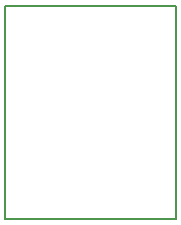
<source format=gm1>
G04 #@! TF.GenerationSoftware,KiCad,Pcbnew,5.0.2-bee76a0~70~ubuntu18.04.1*
G04 #@! TF.CreationDate,2018-12-18T05:27:10+01:00*
G04 #@! TF.ProjectId,myoelectronics_spi_harness_to_motor_controller_adapter,6d796f65-6c65-4637-9472-6f6e6963735f,rev?*
G04 #@! TF.SameCoordinates,Original*
G04 #@! TF.FileFunction,Profile,NP*
%FSLAX46Y46*%
G04 Gerber Fmt 4.6, Leading zero omitted, Abs format (unit mm)*
G04 Created by KiCad (PCBNEW 5.0.2-bee76a0~70~ubuntu18.04.1) date Tue 18 Dec 2018 05:27:10 CET*
%MOMM*%
%LPD*%
G01*
G04 APERTURE LIST*
%ADD10C,0.150000*%
G04 APERTURE END LIST*
D10*
X126500000Y-94000000D02*
X126500000Y-76000000D01*
X141000000Y-94000000D02*
X126500000Y-94000000D01*
X141000000Y-76000000D02*
X141000000Y-94000000D01*
X126500000Y-76000000D02*
X141000000Y-76000000D01*
M02*

</source>
